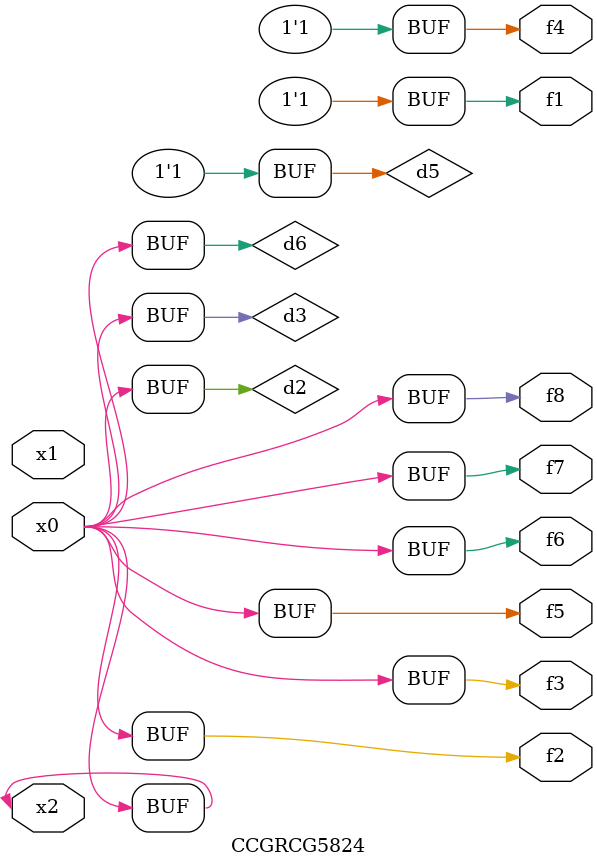
<source format=v>
module CCGRCG5824(
	input x0, x1, x2,
	output f1, f2, f3, f4, f5, f6, f7, f8
);

	wire d1, d2, d3, d4, d5, d6;

	xnor (d1, x2);
	buf (d2, x0, x2);
	and (d3, x0);
	xnor (d4, x1, x2);
	nand (d5, d1, d3);
	buf (d6, d2, d3);
	assign f1 = d5;
	assign f2 = d6;
	assign f3 = d6;
	assign f4 = d5;
	assign f5 = d6;
	assign f6 = d6;
	assign f7 = d6;
	assign f8 = d6;
endmodule

</source>
